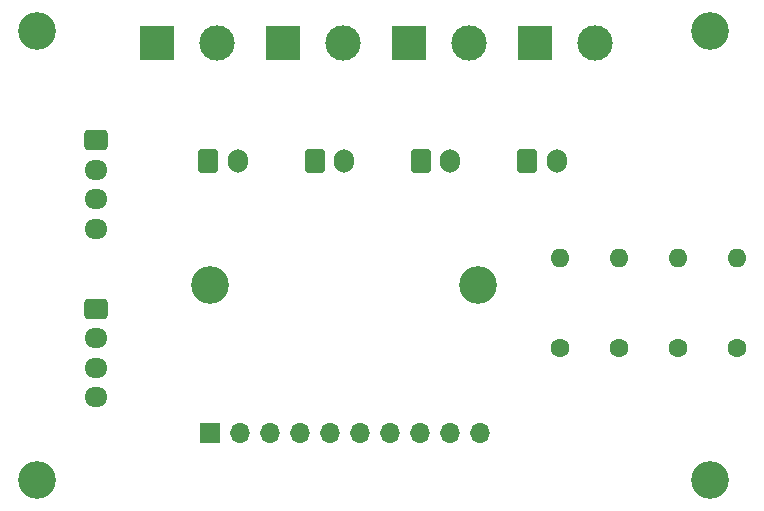
<source format=gbs>
G04 #@! TF.GenerationSoftware,KiCad,Pcbnew,8.0.1-8.0.1-1~ubuntu22.04.1*
G04 #@! TF.CreationDate,2024-05-03T10:53:42-07:00*
G04 #@! TF.ProjectId,pifire-ads-board,70696669-7265-42d6-9164-732d626f6172,rev?*
G04 #@! TF.SameCoordinates,Original*
G04 #@! TF.FileFunction,Soldermask,Bot*
G04 #@! TF.FilePolarity,Negative*
%FSLAX46Y46*%
G04 Gerber Fmt 4.6, Leading zero omitted, Abs format (unit mm)*
G04 Created by KiCad (PCBNEW 8.0.1-8.0.1-1~ubuntu22.04.1) date 2024-05-03 10:53:42*
%MOMM*%
%LPD*%
G01*
G04 APERTURE LIST*
G04 Aperture macros list*
%AMRoundRect*
0 Rectangle with rounded corners*
0 $1 Rounding radius*
0 $2 $3 $4 $5 $6 $7 $8 $9 X,Y pos of 4 corners*
0 Add a 4 corners polygon primitive as box body*
4,1,4,$2,$3,$4,$5,$6,$7,$8,$9,$2,$3,0*
0 Add four circle primitives for the rounded corners*
1,1,$1+$1,$2,$3*
1,1,$1+$1,$4,$5*
1,1,$1+$1,$6,$7*
1,1,$1+$1,$8,$9*
0 Add four rect primitives between the rounded corners*
20,1,$1+$1,$2,$3,$4,$5,0*
20,1,$1+$1,$4,$5,$6,$7,0*
20,1,$1+$1,$6,$7,$8,$9,0*
20,1,$1+$1,$8,$9,$2,$3,0*%
G04 Aperture macros list end*
%ADD10C,3.200000*%
%ADD11RoundRect,0.250000X-0.725000X0.600000X-0.725000X-0.600000X0.725000X-0.600000X0.725000X0.600000X0*%
%ADD12O,1.950000X1.700000*%
%ADD13R,1.700000X1.700000*%
%ADD14O,1.700000X1.700000*%
%ADD15C,1.600000*%
%ADD16O,1.600000X1.600000*%
%ADD17R,3.000000X3.000000*%
%ADD18C,3.000000*%
%ADD19RoundRect,0.250000X-0.600000X-0.750000X0.600000X-0.750000X0.600000X0.750000X-0.600000X0.750000X0*%
%ADD20O,1.700000X2.000000*%
G04 APERTURE END LIST*
D10*
X91000000Y-72000000D03*
D11*
X39000000Y-43250000D03*
D12*
X39000000Y-45750000D03*
X39000000Y-48250000D03*
X39000000Y-50750000D03*
D13*
X48608000Y-68000000D03*
D14*
X51148000Y-68000000D03*
X53688000Y-68000000D03*
X56228000Y-68000000D03*
X58768000Y-68000000D03*
X61308000Y-68000000D03*
X63848000Y-68000000D03*
X66388000Y-68000000D03*
X68928000Y-68000000D03*
X71468000Y-68000000D03*
D15*
X78250000Y-60810000D03*
D16*
X78250000Y-53190000D03*
D17*
X76128000Y-35000000D03*
D18*
X81208000Y-35000000D03*
D19*
X66500000Y-45000000D03*
D20*
X69000000Y-45000000D03*
D17*
X44124000Y-35000000D03*
D18*
X49204000Y-35000000D03*
D10*
X34000000Y-34000000D03*
X34000000Y-72000000D03*
D17*
X65460000Y-35000000D03*
D18*
X70540000Y-35000000D03*
D15*
X88250000Y-60810000D03*
D16*
X88250000Y-53190000D03*
D19*
X57500000Y-45000000D03*
D20*
X60000000Y-45000000D03*
D19*
X75500000Y-45000000D03*
D20*
X78000000Y-45000000D03*
D19*
X48500000Y-45000000D03*
D20*
X51000000Y-45000000D03*
D11*
X39000000Y-57500000D03*
D12*
X39000000Y-60000000D03*
X39000000Y-62500000D03*
X39000000Y-65000000D03*
D15*
X83250000Y-60810000D03*
D16*
X83250000Y-53190000D03*
D10*
X91000000Y-34000000D03*
X71364000Y-55522000D03*
D17*
X54792000Y-35000000D03*
D18*
X59872000Y-35000000D03*
D10*
X48616000Y-55522000D03*
D15*
X93250000Y-60810000D03*
D16*
X93250000Y-53190000D03*
M02*

</source>
